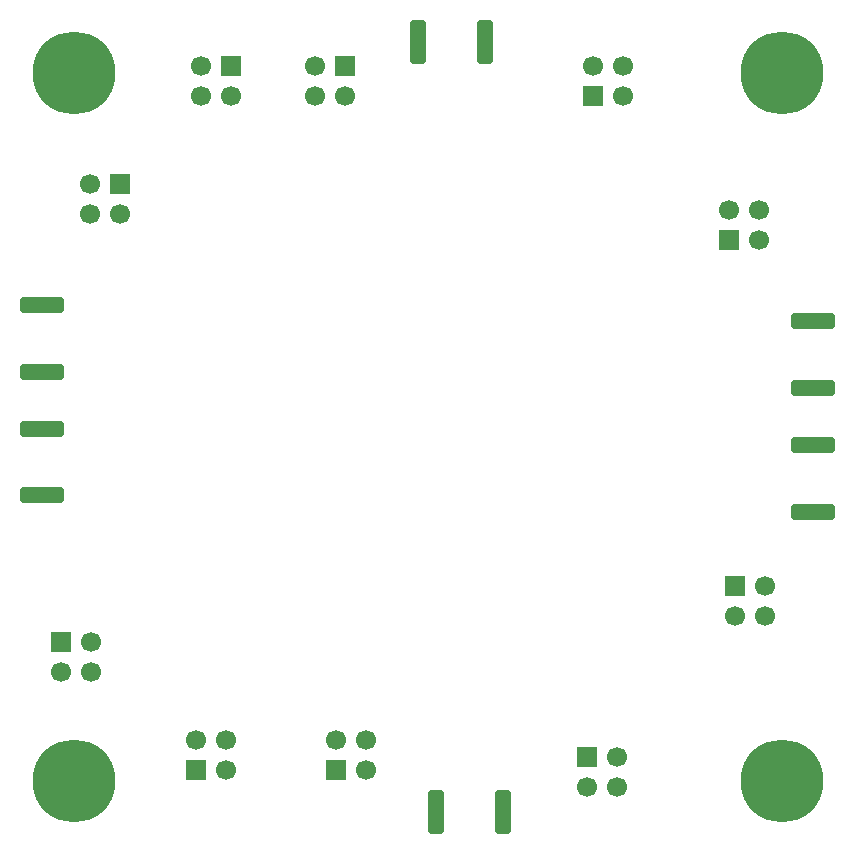
<source format=gbr>
%TF.GenerationSoftware,KiCad,Pcbnew,9.0.3*%
%TF.CreationDate,2025-09-10T16:07:27-04:00*%
%TF.ProjectId,Group4_PCB_AP,47726f75-7034-45f5-9043-425f41502e6b,rev?*%
%TF.SameCoordinates,Original*%
%TF.FileFunction,Soldermask,Bot*%
%TF.FilePolarity,Negative*%
%FSLAX46Y46*%
G04 Gerber Fmt 4.6, Leading zero omitted, Abs format (unit mm)*
G04 Created by KiCad (PCBNEW 9.0.3) date 2025-09-10 16:07:27*
%MOMM*%
%LPD*%
G01*
G04 APERTURE LIST*
G04 Aperture macros list*
%AMRoundRect*
0 Rectangle with rounded corners*
0 $1 Rounding radius*
0 $2 $3 $4 $5 $6 $7 $8 $9 X,Y pos of 4 corners*
0 Add a 4 corners polygon primitive as box body*
4,1,4,$2,$3,$4,$5,$6,$7,$8,$9,$2,$3,0*
0 Add four circle primitives for the rounded corners*
1,1,$1+$1,$2,$3*
1,1,$1+$1,$4,$5*
1,1,$1+$1,$6,$7*
1,1,$1+$1,$8,$9*
0 Add four rect primitives between the rounded corners*
20,1,$1+$1,$2,$3,$4,$5,0*
20,1,$1+$1,$4,$5,$6,$7,0*
20,1,$1+$1,$6,$7,$8,$9,0*
20,1,$1+$1,$8,$9,$2,$3,0*%
G04 Aperture macros list end*
%ADD10R,1.700000X1.700000*%
%ADD11C,1.700000*%
%ADD12C,7.000000*%
%ADD13RoundRect,0.250000X-1.600000X0.425000X-1.600000X-0.425000X1.600000X-0.425000X1.600000X0.425000X0*%
%ADD14RoundRect,0.250000X1.600000X-0.425000X1.600000X0.425000X-1.600000X0.425000X-1.600000X-0.425000X0*%
%ADD15RoundRect,0.250000X-0.425000X-1.600000X0.425000X-1.600000X0.425000X1.600000X-0.425000X1.600000X0*%
%ADD16RoundRect,0.250000X0.425000X1.600000X-0.425000X1.600000X-0.425000X-1.600000X0.425000X-1.600000X0*%
G04 APERTURE END LIST*
D10*
%TO.C,J33*%
X179400000Y-76960000D03*
D11*
X179400000Y-79500000D03*
X176860000Y-76960000D03*
X176860000Y-79500000D03*
%TD*%
D12*
%TO.C,*%
X175500000Y-67500000D03*
%TD*%
D13*
%TO.C,J30*%
X172850500Y-103300000D03*
X172850500Y-97650000D03*
%TD*%
D12*
%TO.C,*%
X235500000Y-67500000D03*
%TD*%
D10*
%TO.C,J25*%
X188836604Y-66960000D03*
D11*
X188836604Y-69500000D03*
X186296604Y-66960000D03*
X186296604Y-69500000D03*
%TD*%
D14*
%TO.C,J23*%
X238149500Y-88525000D03*
X238149500Y-94175000D03*
%TD*%
D10*
%TO.C,J32*%
X174460000Y-115725000D03*
D11*
X177000000Y-115725000D03*
X174460000Y-118265000D03*
X177000000Y-118265000D03*
%TD*%
D13*
%TO.C,J29*%
X172850500Y-92825000D03*
X172850500Y-87175000D03*
%TD*%
D12*
%TO.C,*%
X235500000Y-127500000D03*
%TD*%
D10*
%TO.C,J27*%
X198500000Y-66960000D03*
D11*
X198500000Y-69500000D03*
X195960000Y-66960000D03*
X195960000Y-69500000D03*
%TD*%
D10*
%TO.C,J31*%
X218960000Y-125460000D03*
D11*
X221500000Y-125460000D03*
X218960000Y-128000000D03*
X221500000Y-128000000D03*
%TD*%
D10*
%TO.C,J24*%
X185860000Y-126540000D03*
D11*
X185860000Y-124000000D03*
X188400000Y-126540000D03*
X188400000Y-124000000D03*
%TD*%
D14*
%TO.C,J22*%
X238149500Y-99025000D03*
X238149500Y-104675000D03*
%TD*%
D12*
%TO.C,*%
X175500000Y-127500000D03*
%TD*%
D15*
%TO.C,J19*%
X211825000Y-130087500D03*
X206175000Y-130087500D03*
%TD*%
D10*
%TO.C,J28*%
X197725000Y-126540000D03*
D11*
X197725000Y-124000000D03*
X200265000Y-126540000D03*
X200265000Y-124000000D03*
%TD*%
D10*
%TO.C,J21*%
X219500000Y-69510000D03*
D11*
X219500000Y-66970000D03*
X222040000Y-69510000D03*
X222040000Y-66970000D03*
%TD*%
D10*
%TO.C,J20*%
X231500000Y-110960000D03*
D11*
X234040000Y-110960000D03*
X231500000Y-113500000D03*
X234040000Y-113500000D03*
%TD*%
D16*
%TO.C,J18*%
X204675000Y-64912500D03*
X210325000Y-64912500D03*
%TD*%
D10*
%TO.C,J26*%
X230960000Y-81700000D03*
D11*
X230960000Y-79160000D03*
X233500000Y-81700000D03*
X233500000Y-79160000D03*
%TD*%
M02*

</source>
